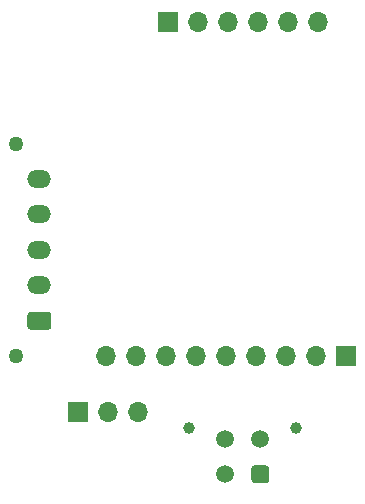
<source format=gbr>
%TF.GenerationSoftware,KiCad,Pcbnew,(5.1.12-1-10_14)*%
%TF.CreationDate,2022-01-19T19:17:41+01:00*%
%TF.ProjectId,CAN_Display,43414e5f-4469-4737-906c-61792e6b6963,rev?*%
%TF.SameCoordinates,Original*%
%TF.FileFunction,Soldermask,Bot*%
%TF.FilePolarity,Negative*%
%FSLAX46Y46*%
G04 Gerber Fmt 4.6, Leading zero omitted, Abs format (unit mm)*
G04 Created by KiCad (PCBNEW (5.1.12-1-10_14)) date 2022-01-19 19:17:41*
%MOMM*%
%LPD*%
G01*
G04 APERTURE LIST*
%ADD10O,1.700000X1.700000*%
%ADD11R,1.700000X1.700000*%
%ADD12C,1.500000*%
%ADD13C,1.000000*%
%ADD14O,2.020000X1.500000*%
%ADD15C,1.270000*%
G04 APERTURE END LIST*
D10*
%TO.C,J5*%
X148336000Y-105664000D03*
X145796000Y-105664000D03*
D11*
X143256000Y-105664000D03*
%TD*%
D10*
%TO.C,J4*%
X163576000Y-72644000D03*
X161036000Y-72644000D03*
X158496000Y-72644000D03*
X155956000Y-72644000D03*
X153416000Y-72644000D03*
D11*
X150876000Y-72644000D03*
%TD*%
D10*
%TO.C,J1*%
X145680000Y-100920000D03*
X148220000Y-100920000D03*
X150760000Y-100920000D03*
X153300000Y-100920000D03*
X155840000Y-100920000D03*
X158380000Y-100920000D03*
X160920000Y-100920000D03*
X163460000Y-100920000D03*
D11*
X166000000Y-100920000D03*
%TD*%
D12*
%TO.C,J3*%
X155702000Y-107920000D03*
X158702000Y-107920000D03*
X155702000Y-110920000D03*
G36*
G01*
X159452000Y-110420000D02*
X159452000Y-111420000D01*
G75*
G02*
X159202000Y-111670000I-250000J0D01*
G01*
X158202000Y-111670000D01*
G75*
G02*
X157952000Y-111420000I0J250000D01*
G01*
X157952000Y-110420000D01*
G75*
G02*
X158202000Y-110170000I250000J0D01*
G01*
X159202000Y-110170000D01*
G75*
G02*
X159452000Y-110420000I0J-250000D01*
G01*
G37*
D13*
X152702000Y-106980000D03*
X161702000Y-106980000D03*
%TD*%
D14*
%TO.C,J2*%
X140000000Y-85920000D03*
X140000000Y-88920000D03*
X140000000Y-91920000D03*
X140000000Y-94920000D03*
G36*
G01*
X140760000Y-98670000D02*
X139240000Y-98670000D01*
G75*
G02*
X138990000Y-98420000I0J250000D01*
G01*
X138990000Y-97420000D01*
G75*
G02*
X139240000Y-97170000I250000J0D01*
G01*
X140760000Y-97170000D01*
G75*
G02*
X141010000Y-97420000I0J-250000D01*
G01*
X141010000Y-98420000D01*
G75*
G02*
X140760000Y-98670000I-250000J0D01*
G01*
G37*
D15*
X138040000Y-82920000D03*
X138040000Y-100920000D03*
%TD*%
M02*

</source>
